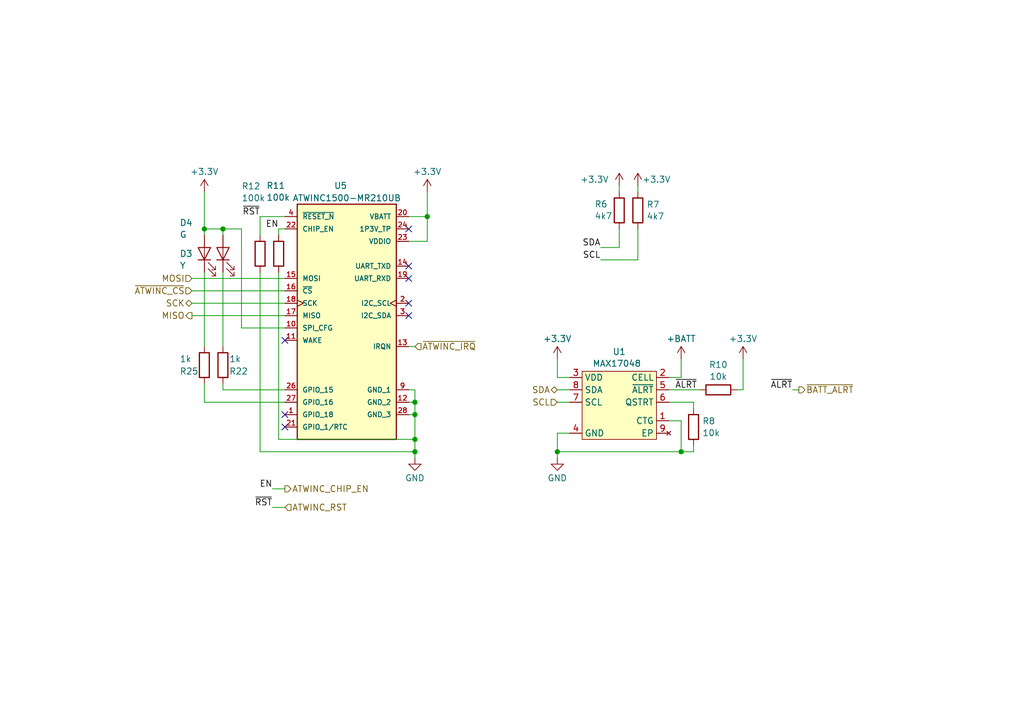
<source format=kicad_sch>
(kicad_sch (version 20231120) (generator "eeschema") (generator_version "8.0")
  (paper "A5")
  (lib_symbols
    (symbol "0.power-symbols:+3.3V" (power) (pin_names (offset 0))
      (property "Value" "+3.3V" (at 0 3.556 0))
      (symbol "+3.3V_0_1"
        (polyline (pts (xy -0.762 1.27) (xy 0 2.54)))
        (polyline (pts (xy 0 0) (xy 0 2.54)))
        (polyline (pts (xy 0 2.54) (xy 0.762 1.27)))
      )
      (symbol "+3.3V_1_1"
        (pin power_in line (at 0 0 90) (length 0) hide (name "+3V3") (number "1"))
      )
    )
    (symbol "0.power-symbols:+BATT" (power) (pin_names (offset 0))
      (property "Value" "+BATT" (at 0 3.556 0))
      (symbol "+BATT_0_1"
        (polyline (pts (xy -0.762 1.27) (xy 0 2.54)))
        (polyline (pts (xy 0 0) (xy 0 2.54)))
        (polyline (pts (xy 0 2.54) (xy 0.762 1.27)))
      )
      (symbol "+BATT_1_1"
        (pin power_in line (at 0 0 90) (length 0) hide (name "+BATT") (number "1"))
      )
    )
    (symbol "0.power-symbols:GND" (power) (pin_names (offset 0))
      (property "Value" "GND" (at 0 -3.81 0))
      (symbol "GND_0_1"
        (polyline (pts (xy 0 0) (xy 0 -1.27) (xy 1.27 -1.27) (xy 0 -2.54) (xy -1.27 -1.27) (xy 0 -1.27)))
      )
      (symbol "GND_1_1"
        (pin power_in line (at 0 0 270) (length 0) hide (name "GND") (number "1"))
      )
    )
    (symbol "1.semi.ic.sensor:MAX17048"
      (property "Reference" "U" (at 0 2.54 0))
      (property "Value" "MAX17048 " (at 0 0.635 0))
      (symbol "MAX17048_1_1"
        (rectangle (start -7.62 0) (end 7.62 -13.97) (fill (type background)))
        (pin passive line (at 10.16 -10.16 180) (length 2.54) (name "CTG") (number "1"))
        (pin passive line (at 10.16 -1.27 180) (length 2.54) (name "CELL") (number "2"))
        (pin power_in line (at -10.16 -1.27 0) (length 2.54) (name "VDD") (number "3"))
        (pin power_in line (at -10.16 -12.7 0) (length 2.54) (name "GND") (number "4"))
        (pin passive line (at 10.16 -3.81 180) (length 2.54) (name "~{ALRT}") (number "5"))
        (pin passive line (at 10.16 -6.35 180) (length 2.54) (name "QSTRT") (number "6"))
        (pin input line (at -10.16 -6.35 0) (length 2.54) (name "SCL") (number "7"))
        (pin bidirectional line (at -10.16 -3.81 0) (length 2.54) (name "SDA") (number "8"))
        (pin no_connect line (at 10.16 -12.7 180) (length 2.54) (name "EP") (number "9"))
      )
    )
    (symbol "1.semi.opto:LED" (pin_numbers hide) (pin_names (offset 1.016) hide)
      (property "Reference" "D" (at 0 2.54 0))
      (property "Value" "LED" (at 0 -2.54 0))
      (symbol "LED_0_1"
        (polyline (pts (xy -1.27 -1.27) (xy -1.27 1.27)) (stroke (width 0.2032)))
        (polyline (pts (xy -1.27 0) (xy 1.27 0)))
        (polyline (pts (xy 1.27 -1.27) (xy 1.27 1.27) (xy -1.27 0) (xy 1.27 -1.27)) (stroke (width 0.2032)))
        (polyline (pts (xy -3.048 -0.762) (xy -4.572 -2.286) (xy -3.81 -2.286) (xy -4.572 -2.286) (xy -4.572 -1.524)))
        (polyline (pts (xy -1.778 -0.762) (xy -3.302 -2.286) (xy -2.54 -2.286) (xy -3.302 -2.286) (xy -3.302 -1.524)))
      )
      (symbol "LED_1_1"
        (pin passive line (at -3.81 0 0) (length 2.54) (name "K") (number "1"))
        (pin passive line (at 3.81 0 180) (length 2.54) (name "A") (number "2"))
      )
    )
    (symbol "2.passive:R" (pin_numbers hide) (pin_names (offset 0))
      (property "Reference" "R" (at 2.032 0 90))
      (property "Value" "R" (at 0 0 90))
      (symbol "R_0_1"
        (rectangle (start -1.016 -2.54) (end 1.016 2.54) (stroke (width 0.254)))
      )
      (symbol "R_1_1"
        (pin passive line (at 0 3.81 270) (length 1.27) (name "~") (number "1"))
        (pin passive line (at 0 -3.81 90) (length 1.27) (name "~") (number "2"))
      )
    )
    (symbol "ATWINC1500-MR210UB:ATWINC1500-MR210UB" (pin_names (offset 1.016))
      (property "Reference" "U" (at -1.27 17.78 0))
      (property "Value" "ATWINC1500-MR210UB" (at -10.16 15.24 0))
      (symbol "ATWINC1500-MR210UB_0_0"
        (rectangle (start -8.89 13.97) (end 11.43 -34.29) (stroke (width 0.254)) (fill (type background)))
        (pin bidirectional line (at -11.43 -29.21 0) (length 2.54) (name "GPIO_18") (number "1"))
        (pin input line (at -11.43 -11.43 0) (length 2.54) (name "SPI_CFG") (number "10"))
        (pin input line (at -11.43 -13.97 0) (length 2.54) (name "WAKE") (number "11"))
        (pin power_in line (at 13.97 -26.67 180) (length 2.54) (name "GND_2") (number "12"))
        (pin output line (at 13.97 -15.24 180) (length 2.54) (name "IRQN") (number "13"))
        (pin output line (at 13.97 1.27 180) (length 2.54) (name "UART_TXD") (number "14"))
        (pin input line (at 13.97 -1.27 180) (length 2.54) (name "UART_RXD") (number "19"))
        (pin bidirectional clock (at 13.97 -6.35 180) (length 2.54) (name "I2C_SCL") (number "2"))
        (pin power_in line (at 13.97 11.43 180) (length 2.54) (name "VBATT") (number "20"))
        (pin input line (at -11.43 -31.75 0) (length 2.54) (name "GPIO_1/RTC") (number "21"))
        (pin input line (at -11.43 8.89 0) (length 2.54) (name "CHIP_EN") (number "22"))
        (pin power_in line (at 13.97 6.35 180) (length 2.54) (name "VDDIO") (number "23"))
        (pin power_in line (at 13.97 8.89 180) (length 2.54) (name "1P3V_TP") (number "24"))
        (pin bidirectional line (at -11.43 -24.13 0) (length 2.54) (name "GPIO_15") (number "26"))
        (pin bidirectional line (at -11.43 -26.67 0) (length 2.54) (name "GPIO_16") (number "27"))
        (pin power_in line (at 13.97 -29.21 180) (length 2.54) (name "GND_3") (number "28"))
        (pin bidirectional line (at 13.97 -8.89 180) (length 2.54) (name "I2C_SDA") (number "3"))
        (pin input line (at -11.43 11.43 0) (length 2.54) (name "~{RESET_N}") (number "4"))
        (pin power_in line (at 13.97 -24.13 180) (length 2.54) (name "GND_1") (number "9"))
      )
      (symbol "ATWINC1500-MR210UB_1_0"
        (pin input line (at -11.43 -1.27 0) (length 2.54) (name "MOSI") (number "15"))
        (pin input line (at -11.43 -3.81 0) (length 2.54) (name "~{CS}") (number "16"))
        (pin output line (at -11.43 -8.89 0) (length 2.54) (name "MISO") (number "17"))
        (pin input clock (at -11.43 -6.35 0) (length 2.54) (name "SCK") (number "18"))
      )
    )
  )
  (junction (at 114.3 92.71))
  (junction (at 45.72 46.99))
  (junction (at 41.91 46.99))
  (junction (at 85.09 85.09))
  (junction (at 85.09 92.71))
  (junction (at 87.63 44.45))
  (junction (at 85.09 90.17))
  (junction (at 85.09 82.55))
  (junction (at 139.7 92.71))
  (no_connect (at 83.82 46.99))
  (no_connect (at 58.42 69.85))
  (no_connect (at 83.82 62.23))
  (no_connect (at 83.82 64.77))
  (no_connect (at 83.82 54.61))
  (no_connect (at 58.42 85.09))
  (no_connect (at 83.82 57.15))
  (no_connect (at 58.42 87.63))
  (wire (pts (xy 85.09 93.98) (xy 85.09 92.71)))
  (wire (pts (xy 85.09 85.09) (xy 85.09 82.55)))
  (wire (pts (xy 87.63 49.53) (xy 83.82 49.53)))
  (wire (pts (xy 53.34 55.88) (xy 53.34 92.71)))
  (wire (pts (xy 45.72 55.88) (xy 45.72 71.12)))
  (wire (pts (xy 137.16 80.01) (xy 143.51 80.01)))
  (wire (pts (xy 137.16 86.36) (xy 139.7 86.36)))
  (wire (pts (xy 49.53 46.99) (xy 45.72 46.99)))
  (wire (pts (xy 142.24 82.55) (xy 137.16 82.55)))
  (wire (pts (xy 49.53 67.31) (xy 49.53 46.99)))
  (wire (pts (xy 57.15 90.17) (xy 85.09 90.17)))
  (wire (pts (xy 53.34 44.45) (xy 58.42 44.45)))
  (wire (pts (xy 41.91 46.99) (xy 41.91 48.26)))
  (wire (pts (xy 87.63 44.45) (xy 87.63 49.53)))
  (wire (pts (xy 114.3 88.9) (xy 116.84 88.9)))
  (wire (pts (xy 114.3 92.71) (xy 114.3 93.98)))
  (wire (pts (xy 45.72 80.01) (xy 58.42 80.01)))
  (wire (pts (xy 53.34 92.71) (xy 85.09 92.71)))
  (wire (pts (xy 55.88 100.33) (xy 58.42 100.33)))
  (wire (pts (xy 45.72 78.74) (xy 45.72 80.01)))
  (wire (pts (xy 45.72 46.99) (xy 45.72 48.26)))
  (wire (pts (xy 127 50.8) (xy 127 46.99)))
  (wire (pts (xy 152.4 73.66) (xy 152.4 80.01)))
  (wire (pts (xy 85.09 92.71) (xy 85.09 90.17)))
  (wire (pts (xy 85.09 90.17) (xy 85.09 85.09)))
  (wire (pts (xy 41.91 82.55) (xy 58.42 82.55)))
  (wire (pts (xy 130.81 53.34) (xy 130.81 46.99)))
  (wire (pts (xy 83.82 80.01) (xy 85.09 80.01)))
  (wire (pts (xy 41.91 78.74) (xy 41.91 82.55)))
  (wire (pts (xy 83.82 44.45) (xy 87.63 44.45)))
  (wire (pts (xy 41.91 39.37) (xy 41.91 46.99)))
  (wire (pts (xy 130.81 38.1) (xy 130.81 39.37)))
  (wire (pts (xy 152.4 80.01) (xy 151.13 80.01)))
  (wire (pts (xy 139.7 77.47) (xy 137.16 77.47)))
  (wire (pts (xy 162.56 80.01) (xy 163.83 80.01)))
  (wire (pts (xy 57.15 46.99) (xy 57.15 48.26)))
  (wire (pts (xy 139.7 86.36) (xy 139.7 92.71)))
  (wire (pts (xy 39.37 64.77) (xy 58.42 64.77)))
  (wire (pts (xy 142.24 83.82) (xy 142.24 82.55)))
  (wire (pts (xy 39.37 57.15) (xy 58.42 57.15)))
  (wire (pts (xy 139.7 73.66) (xy 139.7 77.47)))
  (wire (pts (xy 57.15 55.88) (xy 57.15 90.17)))
  (wire (pts (xy 123.19 53.34) (xy 130.81 53.34)))
  (wire (pts (xy 53.34 48.26) (xy 53.34 44.45)))
  (wire (pts (xy 83.82 82.55) (xy 85.09 82.55)))
  (wire (pts (xy 39.37 59.69) (xy 58.42 59.69)))
  (wire (pts (xy 83.82 85.09) (xy 85.09 85.09)))
  (wire (pts (xy 114.3 77.47) (xy 116.84 77.47)))
  (wire (pts (xy 139.7 92.71) (xy 114.3 92.71)))
  (wire (pts (xy 55.88 104.14) (xy 58.42 104.14)))
  (wire (pts (xy 142.24 92.71) (xy 142.24 91.44)))
  (wire (pts (xy 57.15 46.99) (xy 58.42 46.99)))
  (wire (pts (xy 83.82 71.12) (xy 85.09 71.12)))
  (wire (pts (xy 123.19 50.8) (xy 127 50.8)))
  (wire (pts (xy 114.3 73.66) (xy 114.3 77.47)))
  (wire (pts (xy 127 38.1) (xy 127 39.37)))
  (wire (pts (xy 114.3 80.01) (xy 116.84 80.01)))
  (wire (pts (xy 114.3 88.9) (xy 114.3 92.71)))
  (wire (pts (xy 142.24 92.71) (xy 139.7 92.71)))
  (wire (pts (xy 114.3 82.55) (xy 116.84 82.55)))
  (wire (pts (xy 41.91 55.88) (xy 41.91 71.12)))
  (wire (pts (xy 58.42 67.31) (xy 49.53 67.31)))
  (wire (pts (xy 85.09 82.55) (xy 85.09 80.01)))
  (wire (pts (xy 87.63 39.37) (xy 87.63 44.45)))
  (wire (pts (xy 39.37 62.23) (xy 58.42 62.23)))
  (wire (pts (xy 41.91 46.99) (xy 45.72 46.99)))
  (label "~{ALRT}" (at 138.43 80.01 0))
  (label "EN" (at 57.15 46.99 180))
  (label "~{RST}" (at 53.34 44.45 180))
  (label "~{RST}" (at 55.88 104.14 180))
  (label "SCL" (at 123.19 53.34 180))
  (label "SDA" (at 123.19 50.8 180))
  (label "EN" (at 55.88 100.33 180))
  (label "~{ALRT}" (at 162.56 80.01 180))
  (hierarchical_label "SCK" (shape bidirectional) (at 39.37 62.23 180))
  (hierarchical_label "MOSI" (shape input) (at 39.37 57.15 180))
  (hierarchical_label "~{BATT_ALRT}" (shape output) (at 163.83 80.01 0))
  (hierarchical_label "ATWINC_RST" (shape input) (at 58.42 104.14 0))
  (hierarchical_label "SDA" (shape bidirectional) (at 114.3 80.01 180))
  (hierarchical_label "ATWINC_CHIP_EN" (shape output) (at 58.42 100.33 0))
  (hierarchical_label "~{ATWINC_CS}" (shape input) (at 39.37 59.69 180))
  (hierarchical_label "~{ATWINC_IRQ}" (shape input) (at 85.09 71.12 0))
  (hierarchical_label "SCL" (shape input) (at 114.3 82.55 180))
  (hierarchical_label "MISO" (shape output) (at 39.37 64.77 180))
  (symbol (lib_id "0.power-symbols:+3.3V") (at 127 38.1 0) (unit 1)
    (property "Reference" "#PWR021" (effects (hide yes)))
    (property "Value" "+3.3V" (at 121.92 36.83 0))
  )
  (symbol (lib_id "2.passive:R") (at 147.32 80.01 270) (unit 1)
    (property "Reference" "R10" (at 147.32 74.8495 90))
    (property "Value" "10k" (at 147.32 77.2738 90))
    (property "Description" "Resistor" (effects (hide yes)))
  )
  (symbol (lib_id "2.passive:R") (at 127 43.18 0) (unit 1)
    (property "Reference" "R6" (at 121.92 41.91 0) (effects (justify left)))
    (property "Value" "4k7" (at 121.92 44.3343 0) (effects (justify left)))
    (property "Description" "Resistor" (effects (hide yes)))
  )
  (symbol (lib_id "1.semi.opto:LED") (at 41.91 52.07 90) (unit 1)
    (property "Reference" "D4" (at 36.83 45.72 90) (effects (justify right)))
    (property "Value" "G" (at 36.83 48.1443 90) (effects (justify right)))
    (property "Description" "Light emitting diode" (effects (hide yes)))
  )
  (symbol (lib_id "0.power-symbols:+3.3V") (at 130.81 38.1 0) (unit 1)
    (property "Reference" "#PWR022" (effects (hide yes)))
    (property "Value" "+3.3V" (at 134.62 36.83 0))
  )
  (symbol (lib_id "0.power-symbols:+3.3V") (at 87.63 39.37 0) (unit 1)
    (property "Reference" "#PWR030" (effects (hide yes)))
    (property "Value" "+3.3V" (at 87.63 35.2369 0))
  )
  (symbol (lib_id "0.power-symbols:GND") (at 85.09 93.98 0) (unit 1)
    (property "Reference" "#PWR028" (effects (hide yes)))
    (property "Value" "GND" (at 85.09 98.1131 0))
  )
  (symbol (lib_id "0.power-symbols:+3.3V") (at 114.3 73.66 0) (unit 1)
    (property "Reference" "#PWR025" (effects (hide yes)))
    (property "Value" "+3.3V" (at 114.3 69.5269 0))
  )
  (symbol (lib_id "2.passive:R") (at 142.24 87.63 0) (unit 1)
    (property "Reference" "R8" (at 144.018 86.4178 0) (effects (justify left)))
    (property "Value" "10k" (at 144.018 88.8421 0) (effects (justify left)))
    (property "Description" "Resistor" (effects (hide yes)))
  )
  (symbol (lib_id "1.semi.ic.sensor:MAX17048") (at 127 76.2 0) (unit 1)
    (property "Reference" "U1" (at 127 72.1825 0))
    (property "Value" "MAX17048 " (at 127 74.6068 0))
  )
  (symbol (lib_id "0.power-symbols:+3.3V") (at 41.91 39.37 0) (unit 1)
    (property "Reference" "#PWR038" (effects (hide yes)))
    (property "Value" "+3.3V" (at 41.91 35.2369 0))
  )
  (symbol (lib_id "2.passive:R") (at 41.91 74.93 0) (unit 1)
    (property "Reference" "R25" (at 36.83 76.2 0) (effects (justify left)))
    (property "Value" "1k" (at 36.83 73.66 0) (effects (justify left)))
    (property "Description" "Resistor" (effects (hide yes)))
  )
  (symbol (lib_id "2.passive:R") (at 130.81 43.18 0) (unit 1)
    (property "Reference" "R7" (at 132.588 41.9678 0) (effects (justify left)))
    (property "Value" "4k7" (at 132.588 44.3921 0) (effects (justify left)))
    (property "Description" "Resistor" (effects (hide yes)))
  )
  (symbol (lib_id "2.passive:R") (at 57.15 52.07 0) (unit 1)
    (property "Reference" "R11" (at 54.61 38.1 0) (effects (justify left)))
    (property "Value" "100k" (at 54.61 40.5243 0) (effects (justify left)))
    (property "Description" "Resistor" (effects (hide yes)))
  )
  (symbol (lib_id "0.power-symbols:+3.3V") (at 152.4 73.66 0) (unit 1)
    (property "Reference" "#PWR026" (effects (hide yes)))
    (property "Value" "+3.3V" (at 152.4 69.5269 0))
  )
  (symbol (lib_id "2.passive:R") (at 45.72 74.93 0) (unit 1)
    (property "Reference" "R22" (at 46.99 76.2 0) (effects (justify left)))
    (property "Value" "1k" (at 46.99 73.66 0) (effects (justify left)))
    (property "Description" "Resistor" (effects (hide yes)))
  )
  (symbol (lib_id "0.power-symbols:GND") (at 114.3 93.98 0) (unit 1)
    (property "Reference" "#PWR024" (effects (hide yes)))
    (property "Value" "GND" (at 114.3 98.1131 0))
  )
  (symbol (lib_id "ATWINC1500-MR210UB:ATWINC1500-MR210UB") (at 69.85 55.88 0) (unit 1)
    (property "Reference" "U5" (at 69.85 38.1 0))
    (property "Value" "ATWINC1500-MR210UB" (at 71.12 40.64 0))
    (property "Footprint" "ATWINC1500-MR210UB:MICROCHIP_ATWINC1500-MR210UB" (effects (hide yes)))
    (property "MF" "Microchip" (effects (hide yes)))
    (property "Description_1" "\nWiFi 802.11b/g/n Transceiver Module 2.4GHz Antenna Not Included, U.FL Surface Mount\n" (effects (hide yes)))
    (property "Package" "Module Microchip" (effects (hide yes)))
    (property "Price" "None" (effects (hide yes)))
    (property "Check_prices" "https://www.snapeda.com/parts/ATWINC1500-MR210UB/Microchip/view-part/?ref=eda" (effects (hide yes)))
    (property "SnapEDA_Link" "https://www.snapeda.com/parts/ATWINC1500-MR210UB/Microchip/view-part/?ref=snap" (effects (hide yes)))
    (property "MP" "ATWINC1500-MR210UB" (effects (hide yes)))
    (property "Purchase-URL" "https://www.snapeda.com/api/url_track_click_mouser/?unipart_id=492266&manufacturer=Microchip&part_name=ATWINC1500-MR210UB&search_term=None" (effects (hide yes)))
    (property "Availability" "In Stock" (effects (hide yes)))
    (property "MANUFACTURER" "MICROCHIP" (effects (hide yes)))
  )
  (symbol (lib_id "0.power-symbols:+BATT") (at 139.7 73.66 0) (unit 1)
    (property "Reference" "#PWR023" (effects (hide yes)))
    (property "Value" "+BATT" (at 139.7 69.5269 0))
  )
  (symbol (lib_id "2.passive:R") (at 53.34 52.07 0) (unit 1)
    (property "Reference" "R12" (at 49.53 38.2157 0) (effects (justify left)))
    (property "Value" "100k" (at 49.53 40.64 0) (effects (justify left)))
    (property "Description" "Resistor" (effects (hide yes)))
  )
  (symbol (lib_id "1.semi.opto:LED") (at 45.72 52.07 90) (unit 1)
    (property "Reference" "D3" (at 36.83 52.07 90) (effects (justify right)))
    (property "Value" "Y" (at 36.83 54.4943 90) (effects (justify right)))
    (property "Description" "Light emitting diode" (effects (hide yes)))
  )
)
</source>
